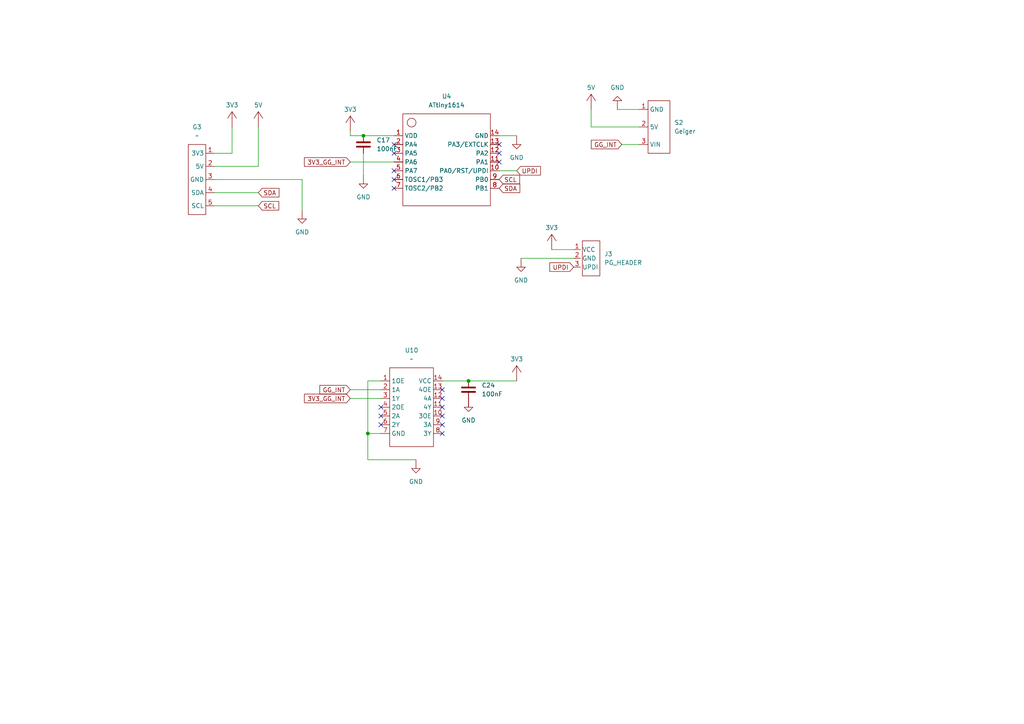
<source format=kicad_sch>
(kicad_sch (version 20250114) (generator "eeschema") (generator_version "9.0")
  (paper "A4")
  (lib_symbols
    (symbol "air_sens_lib:ATtiny1614"
      (property "Reference" "U" (at 0 0 0))
      (symbol "ATtiny1614_0_1"
        (rectangle (start -13.97 31.75) (end 11.43 5.08))
        (circle (center -11.43 29.21) (radius 1.27))
      )
      (symbol "ATtiny1614_1_1"
        (pin power_in line (at -16.51 25.4 0) (length 2.54) (name "VDD") (number "1"))
        (pin bidirectional line (at -16.51 22.86 0) (length 2.54) (name "PA4") (number "2"))
        (pin bidirectional line (at -16.51 20.32 0) (length 2.54) (name "PA5") (number "3"))
        (pin bidirectional line (at -16.51 17.78 0) (length 2.54) (name "PA6") (number "4"))
        (pin bidirectional line (at -16.51 15.24 0) (length 2.54) (name "PA7") (number "5"))
        (pin bidirectional line (at -16.51 12.7 0) (length 2.54) (name "TOSC1/PB3") (number "6"))
        (pin bidirectional line (at -16.51 10.16 0) (length 2.54) (name "TOSC2/PB2") (number "7"))
        (pin power_in line (at 13.97 25.4 180) (length 2.54) (name "GND") (number "14"))
        (pin bidirectional line (at 13.97 22.86 180) (length 2.54) (name "PA3/EXTCLK") (number "13"))
        (pin bidirectional line (at 13.97 20.32 180) (length 2.54) (name "PA2") (number "12"))
        (pin bidirectional line (at 13.97 17.78 180) (length 2.54) (name "PA1") (number "11"))
        (pin bidirectional line (at 13.97 15.24 180) (length 2.54) (name "PA0/RST/UPDI") (number "10"))
        (pin bidirectional line (at 13.97 12.7 180) (length 2.54) (name "PB0") (number "9"))
        (pin bidirectional line (at 13.97 10.16 180) (length 2.54) (name "PB1") (number "8"))
      )
    )
    (symbol "air_sens_lib:ATtiny1614_programming_header"
      (property "Reference" "J" (at 0 0 0))
      (symbol "ATtiny1614_programming_header_0_1"
        (rectangle (start 0 16.51) (end 5.08 6.35))
      )
      (symbol "ATtiny1614_programming_header_1_1"
        (pin power_in line (at -2.54 13.97 0) (length 2) (name "VCC") (number "1"))
        (pin power_in line (at -2.54 11.43 0) (length 2) (name "GND") (number "2"))
        (pin bidirectional line (at -2.54 8.89 0) (length 2) (name "UPDI") (number "3"))
      )
    )
    (symbol "air_sens_lib:Geiger"
      (property "Reference" "S" (at 0 0 0))
      (symbol "Geiger_0_1"
        (rectangle (start -1.27 25.4) (end -7.62 10.16))
      )
      (symbol "Geiger_1_1"
        (pin power_in line (at 1.27 22.86 180) (length 2.54) (name "GND") (number "1"))
        (pin power_in line (at 1.27 17.78 180) (length 2.54) (name "5V") (number "2"))
        (pin output line (at 1.27 12.7 180) (length 2.54) (name "VIN") (number "3"))
      )
    )
    (symbol "air_sens_lib:SN74LVC125"
      (property "Reference" "U" (at 2.286 0 0))
      (symbol "SN74LVC125_0_1"
        (rectangle (start -3.81 25.4) (end 8.89 2.54))
      )
      (symbol "SN74LVC125_1_1"
        (pin input line (at -6.35 21.59 0) (length 2.54) (name "1OE") (number "1"))
        (pin input line (at -6.35 19.05 0) (length 2.54) (name "1A") (number "2"))
        (pin output line (at -6.35 16.51 0) (length 2.54) (name "1Y") (number "3"))
        (pin input line (at -6.35 13.97 0) (length 2.54) (name "2OE") (number "4"))
        (pin input line (at -6.35 11.43 0) (length 2.54) (name "2A") (number "5"))
        (pin output line (at -6.35 8.89 0) (length 2.54) (name "2Y") (number "6"))
        (pin power_in line (at -6.35 6.35 0) (length 2.54) (name "GND") (number "7"))
        (pin power_in line (at 11.43 21.59 180) (length 2.54) (name "VCC") (number "14"))
        (pin input line (at 11.43 19.05 180) (length 2.54) (name "4OE") (number "13"))
        (pin input line (at 11.43 16.51 180) (length 2.54) (name "4A") (number "12"))
        (pin output line (at 11.43 13.97 180) (length 2.54) (name "4Y") (number "11"))
        (pin input line (at 11.43 11.43 180) (length 2.54) (name "3OE") (number "10"))
        (pin input line (at 11.43 8.89 180) (length 2.54) (name "3A") (number "9"))
        (pin output line (at 11.43 6.35 180) (length 2.54) (name "3Y") (number "8"))
      )
    )
    (symbol "air_sens_lib:module_gpio"
      (property "Reference" "G" (at 5.842 3.048 0))
      (symbol "module_gpio_0_1"
        (rectangle (start 7.62 26.67) (end 2.54 6.35))
      )
      (symbol "module_gpio_1_1"
        (pin power_in line (at 10.16 24.13 180) (length 2.54) (name "3V3") (number "1"))
        (pin power_in line (at 10.16 20.32 180) (length 2.54) (name "5V") (number "2"))
        (pin power_in line (at 10.16 16.51 180) (length 2.54) (name "GND") (number "3"))
        (pin bidirectional line (at 10.16 12.7 180) (length 2.54) (name "SDA") (number "4"))
        (pin bidirectional line (at 10.16 8.89 180) (length 2.54) (name "SCL") (number "5"))
      )
    )
    (symbol "common:Capacitor" (pin_numbers (hide yes))
      (property "Reference" "C" (at 0 3.5 0))
      (property "Value" "F" (at 0 -4 0))
      (symbol "Capacitor_1_1"
        (polyline (pts (xy -0.635 1.905) (xy -0.635 -1.905)) (stroke (width 0.5)))
        (polyline (pts (xy 0.635 1.905) (xy 0.635 -1.905)) (stroke (width 0.5)))
        (pin passive line (at -2.54 0 0) (length 1.9) (name "~") (number "1"))
        (pin passive line (at 2.54 0 180) (length 1.9) (name "~") (number "2"))
      )
    )
    (symbol "pwr:+3.3V" (power) (pin_numbers (hide yes)) (in_bom no) (on_board no)
      (property "Value" "3V3" (at 0 3 0))
      (symbol "+3.3V_0_1"
        (polyline (pts (xy 0 1.905) (xy -1.27 0)))
        (polyline (pts (xy 0 1.905) (xy 1.27 0)))
        (polyline (pts (xy 0 0) (xy 0 1.905)))
      )
      (symbol "+3.3V_1_1"
        (pin power_in line (at 0 -2.54 90) (length 2.54) (name "~") (number "1"))
      )
    )
    (symbol "pwr:+5V" (power) (pin_numbers (hide yes)) (in_bom no) (on_board no)
      (property "Value" "5V" (at 0 3 0))
      (symbol "+5V_0_1"
        (polyline (pts (xy 0 1.905) (xy -1.27 0)))
        (polyline (pts (xy 0 1.905) (xy 1.27 0)))
        (polyline (pts (xy 0 0) (xy 0 1.905)))
      )
      (symbol "+5V_1_1"
        (pin power_in line (at 0 -2.54 90) (length 2.54) (name "~") (number "1"))
      )
    )
    (symbol "pwr:GND" (power) (pin_numbers (hide yes)) (in_bom no) (on_board no)
      (property "Value" "GND" (at 0 -2.5 0))
      (symbol "GND_0_1"
        (polyline (pts (xy 0 0) (xy 1.27 0) (xy 0 -1.27) (xy -1.27 0) (xy 0 0)))
      )
      (symbol "GND_1_1"
        (pin power_in line (at 0 2.54 270) (length 2.54) (name "~") (number "1"))
      )
    )
  )
  (junction (at 106.68 125.73))
  (junction (at 135.89 110.49))
  (junction (at 105.41 39.37))
  (no_connect (at 114.3 44.45))
  (no_connect (at 114.3 54.61))
  (no_connect (at 128.27 125.73))
  (no_connect (at 110.49 123.19))
  (no_connect (at 110.49 120.65))
  (no_connect (at 114.3 52.07))
  (no_connect (at 128.27 123.19))
  (no_connect (at 144.78 44.45))
  (no_connect (at 144.78 41.91))
  (no_connect (at 128.27 115.57))
  (no_connect (at 114.3 41.91))
  (no_connect (at 128.27 120.65))
  (no_connect (at 110.49 118.11))
  (no_connect (at 114.3 49.53))
  (no_connect (at 128.27 113.03))
  (no_connect (at 144.78 46.99))
  (no_connect (at 128.27 118.11))
  (wire (pts (xy 110.49 110.49) (xy 106.68 110.49)))
  (wire (pts (xy 62.23 44.45) (xy 67.31 44.45)))
  (wire (pts (xy 144.78 39.37) (xy 149.86 39.37)))
  (wire (pts (xy 101.6 115.57) (xy 110.49 115.57)))
  (wire (pts (xy 106.68 110.49) (xy 106.68 125.73)))
  (wire (pts (xy 87.63 52.07) (xy 62.23 52.07)))
  (wire (pts (xy 101.6 39.37) (xy 101.6 38.1)))
  (wire (pts (xy 105.41 39.37) (xy 114.3 39.37)))
  (wire (pts (xy 101.6 46.99) (xy 114.3 46.99)))
  (wire (pts (xy 160.02 72.39) (xy 166.37 72.39)))
  (wire (pts (xy 62.23 55.88) (xy 74.93 55.88)))
  (wire (pts (xy 110.49 125.73) (xy 106.68 125.73)))
  (wire (pts (xy 128.27 110.49) (xy 135.89 110.49)))
  (wire (pts (xy 180.34 41.91) (xy 185.42 41.91)))
  (wire (pts (xy 87.63 60.96) (xy 87.63 52.07)))
  (wire (pts (xy 101.6 113.03) (xy 110.49 113.03)))
  (wire (pts (xy 179.07 31.75) (xy 185.42 31.75)))
  (wire (pts (xy 62.23 59.69) (xy 74.93 59.69)))
  (wire (pts (xy 171.45 36.83) (xy 185.42 36.83)))
  (wire (pts (xy 149.86 49.53) (xy 144.78 49.53)))
  (wire (pts (xy 171.45 31.75) (xy 171.45 36.83)))
  (wire (pts (xy 105.41 44.45) (xy 105.41 50.8)))
  (wire (pts (xy 62.23 48.26) (xy 74.93 48.26)))
  (wire (pts (xy 105.41 39.37) (xy 101.6 39.37)))
  (wire (pts (xy 74.93 48.26) (xy 74.93 36.83)))
  (wire (pts (xy 151.13 74.93) (xy 166.37 74.93)))
  (wire (pts (xy 67.31 44.45) (xy 67.31 36.83)))
  (wire (pts (xy 106.68 133.35) (xy 120.65 133.35)))
  (wire (pts (xy 135.89 110.49) (xy 149.86 110.49)))
  (wire (pts (xy 106.68 125.73) (xy 106.68 133.35)))
  (global_label "UPDI" (shape input) (at 166.37 77.47 180) (property "Intersheetrefs" "${INTERSHEET_REFS}" (effects (hide yes))))
  (global_label "SDA" (shape input) (at 74.93 55.88 0) (property "Intersheetrefs" "${INTERSHEET_REFS}" (effects (hide yes))))
  (global_label "SDA" (shape input) (at 144.78 54.61 0) (property "Intersheetrefs" "${INTERSHEET_REFS}" (effects (hide yes))))
  (global_label "UPDI" (shape input) (at 149.86 49.53 0) (property "Intersheetrefs" "${INTERSHEET_REFS}" (effects (hide yes))))
  (global_label "GG_INT" (shape input) (at 101.6 113.03 180) (property "Intersheetrefs" "${INTERSHEET_REFS}" (effects (hide yes))))
  (global_label "3V3_GG_INT" (shape input) (at 101.6 46.99 180) (property "Intersheetrefs" "${INTERSHEET_REFS}" (effects (hide yes))))
  (global_label "GG_INT" (shape input) (at 180.34 41.91 180) (property "Intersheetrefs" "${INTERSHEET_REFS}" (effects (hide yes))))
  (global_label "3V3_GG_INT" (shape input) (at 101.6 115.57 180) (property "Intersheetrefs" "${INTERSHEET_REFS}" (effects (hide yes))))
  (global_label "SCL" (shape input) (at 74.93 59.69 0) (property "Intersheetrefs" "${INTERSHEET_REFS}" (effects (hide yes))))
  (global_label "SCL" (shape input) (at 144.78 52.07 0) (property "Intersheetrefs" "${INTERSHEET_REFS}" (effects (hide yes))))
  (symbol (lib_id "common:Capacitor") (at 105.41 41.91 90) (unit 1)
    (property "Reference" "C17" (at 109.22 40.6399 90) (effects (justify right)))
    (property "Value" "100nF" (at 109.22 43.1799 90) (effects (justify right)))
    (property "Footprint" "common:C_0603" (effects (hide yes)))
    (property "Description" "Unpolarized Capacitor" (effects (hide yes)))
  )
  (symbol (lib_id "pwr:GND") (at 149.86 41.91 0) (mirror y) (unit 1) (in_bom no) (on_board no)
    (property "Reference" "#GND05" (effects (hide yes)))
    (property "Value" "GND" (at 149.86 45.72 0))
    (property "Description" "Ground" (effects (hide yes)))
  )
  (symbol (lib_id "pwr:GND") (at 87.63 63.5 0) (unit 1) (in_bom no) (on_board no)
    (property "Reference" "#GND031" (effects (hide yes)))
    (property "Value" "GND" (at 87.63 67.31 0))
    (property "Description" "Ground" (effects (hide yes)))
  )
  (symbol (lib_id "pwr:GND") (at 120.65 135.89 0) (unit 1) (in_bom no) (on_board no)
    (property "Reference" "#GND013" (effects (hide yes)))
    (property "Value" "GND" (at 120.65 139.7 0))
    (property "Description" "Ground" (effects (hide yes)))
  )
  (symbol (lib_id "air_sens_lib:module_gpio") (at 52.07 68.58 0) (unit 1)
    (property "Reference" "G3" (at 57.15 36.83 0))
    (property "Value" "~" (at 57.15 39.37 0))
    (property "Footprint" "air_sens_foots:GPIO_HEADER" (effects (hide yes)))
  )
  (symbol (lib_id "pwr:+3.3V") (at 149.86 107.95 0) (unit 1) (in_bom no) (on_board no)
    (property "Reference" "#3V012" (effects (hide yes)))
    (property "Value" "3V3" (at 149.86 104.14 0))
    (property "Description" "+3.3V" (effects (hide yes)))
  )
  (symbol (lib_id "air_sens_lib:ATtiny1614_programming_header") (at 168.91 86.36 0) (unit 1)
    (property "Reference" "J3" (at 175.26 73.6599 0) (effects (justify left)))
    (property "Value" "PG_HEADER" (at 175.26 76.1999 0) (effects (justify left)))
    (property "Footprint" "air_sens_foots:ATtiny_Programming_Header" (effects (hide yes)))
  )
  (symbol (lib_id "pwr:GND") (at 105.41 53.34 0) (unit 1) (in_bom no) (on_board no)
    (property "Reference" "#GND040" (effects (hide yes)))
    (property "Value" "GND" (at 105.41 57.15 0))
    (property "Description" "Ground" (effects (hide yes)))
  )
  (symbol (lib_id "pwr:+5V") (at 74.93 34.29 0) (unit 1) (in_bom no) (on_board no)
    (property "Reference" "#5V010" (effects (hide yes)))
    (property "Value" "5V" (at 74.93 30.48 0))
    (property "Description" "+5V" (effects (hide yes)))
  )
  (symbol (lib_id "pwr:GND") (at 179.07 29.21 180) (unit 1) (in_bom no) (on_board no)
    (property "Reference" "#GND06" (effects (hide yes)))
    (property "Value" "GND" (at 179.07 25.4 0))
    (property "Description" "Ground" (effects (hide yes)))
  )
  (symbol (lib_id "air_sens_lib:ATtiny1614") (at 130.81 64.77 0) (unit 1)
    (property "Reference" "U4" (at 129.54 27.94 0))
    (property "Value" "ATtiny1614" (at 129.54 30.48 0))
    (property "Footprint" "air_sens_foots:ATtiny1614" (effects (hide yes)))
  )
  (symbol (lib_id "pwr:+3.3V") (at 67.31 34.29 0) (unit 1) (in_bom no) (on_board no)
    (property "Reference" "#3V015" (effects (hide yes)))
    (property "Value" "3V3" (at 67.31 30.48 0))
    (property "Description" "+3.3V" (effects (hide yes)))
  )
  (symbol (lib_id "air_sens_lib:SN74LVC125") (at 116.84 132.08 0) (unit 1)
    (property "Reference" "U10" (at 119.38 101.6 0))
    (property "Value" "~" (at 119.38 104.14 0))
    (property "Footprint" "air_sens_foots:SN74LVC125" (effects (hide yes)))
  )
  (symbol (lib_id "common:Capacitor") (at 135.89 113.03 90) (unit 1)
    (property "Reference" "C24" (at 139.7 111.7599 90) (effects (justify right)))
    (property "Value" "100nF" (at 139.7 114.2999 90) (effects (justify right)))
    (property "Footprint" "common:C_0603" (effects (hide yes)))
    (property "Description" "Unpolarized Capacitor" (effects (hide yes)))
  )
  (symbol (lib_id "pwr:+5V") (at 171.45 29.21 0) (unit 1) (in_bom no) (on_board no)
    (property "Reference" "#5V09" (effects (hide yes)))
    (property "Value" "5V" (at 171.45 25.4 0))
    (property "Description" "+5V" (effects (hide yes)))
  )
  (symbol (lib_id "air_sens_lib:Geiger") (at 186.69 54.61 0) (mirror y) (unit 1)
    (property "Reference" "S2" (at 195.58 35.5599 0) (effects (justify right)))
    (property "Value" "Geiger" (at 195.58 38.0999 0) (effects (justify right)))
  )
  (symbol (lib_id "pwr:GND") (at 151.13 77.47 0) (unit 1) (in_bom no) (on_board no)
    (property "Reference" "#GND07" (effects (hide yes)))
    (property "Value" "GND" (at 151.13 81.28 0))
    (property "Description" "Ground" (effects (hide yes)))
  )
  (symbol (lib_id "pwr:+3.3V") (at 160.02 69.85 0) (unit 1) (in_bom no) (on_board no)
    (property "Reference" "#3V013" (effects (hide yes)))
    (property "Value" "3V3" (at 160.02 66.04 0))
    (property "Description" "+3.3V" (effects (hide yes)))
  )
  (symbol (lib_id "pwr:GND") (at 135.89 118.11 0) (unit 1) (in_bom no) (on_board no)
    (property "Reference" "#GND039" (effects (hide yes)))
    (property "Value" "GND" (at 135.89 121.92 0))
    (property "Description" "Ground" (effects (hide yes)))
  )
  (symbol (lib_id "pwr:+3.3V") (at 101.6 35.56 0) (unit 1) (in_bom no) (on_board no)
    (property "Reference" "#3V014" (effects (hide yes)))
    (property "Value" "3V3" (at 101.6 31.75 0))
    (property "Description" "+3.3V" (effects (hide yes)))
  )
)
</source>
